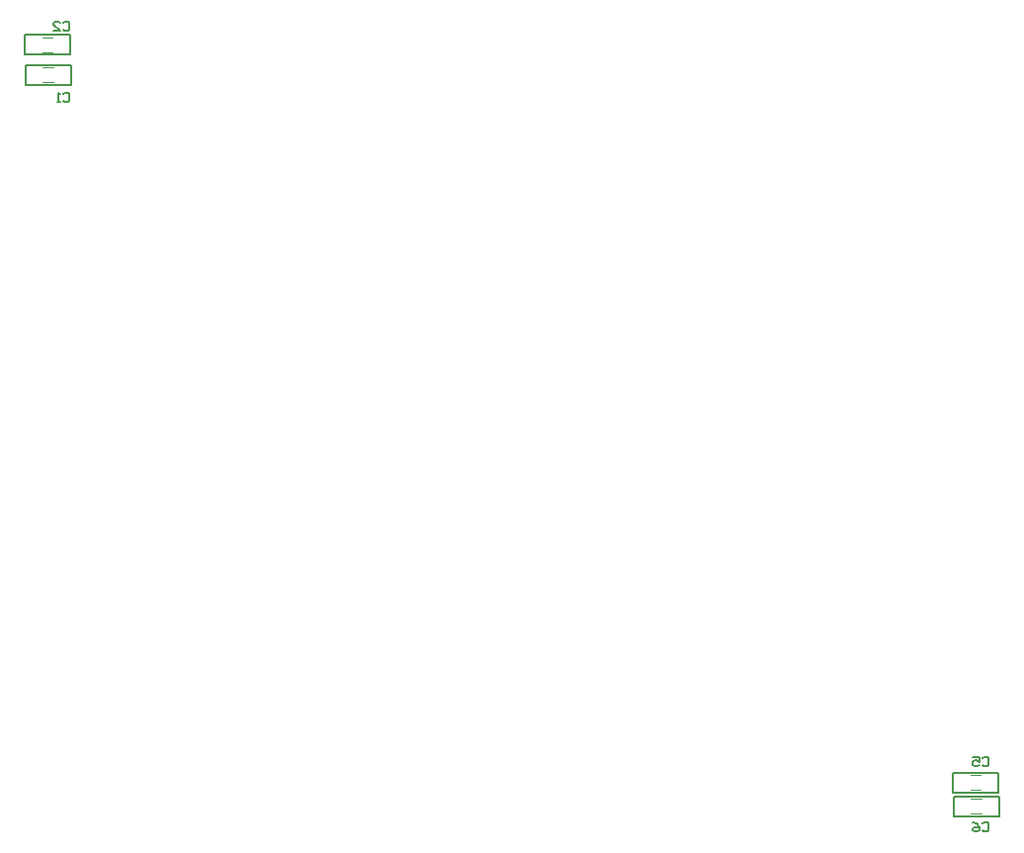
<source format=gbo>
G04 Layer_Color=32896*
%FSTAX24Y24*%
%MOIN*%
G70*
G01*
G75*
%ADD23C,0.0040*%
%ADD24C,0.0050*%
%ADD26C,0.0079*%
D23*
X0337Y05639D02*
X03404D01*
X0337Y05589D02*
X03404D01*
X03371Y05537D02*
X03405D01*
X03371Y05487D02*
X03405D01*
X06501Y0307D02*
X06535D01*
X06501Y0302D02*
X06535D01*
X065Y03151D02*
X06534D01*
X065Y03101D02*
X06534D01*
D24*
X03311Y0558D02*
X03464D01*
X03311D02*
Y05647D01*
X03464D01*
Y0558D02*
Y05647D01*
X03312Y05478D02*
X03465D01*
X03312D02*
Y05545D01*
X03465D01*
Y05478D02*
Y05545D01*
X06442Y03011D02*
X06595D01*
X06442D02*
Y03078D01*
X06595D01*
Y03011D02*
Y03078D01*
X06441Y03092D02*
X06594D01*
X06441D02*
Y03159D01*
X06594D01*
Y03092D02*
Y03159D01*
D26*
X06539Y029862D02*
X065443Y029915D01*
X065548D01*
X0656Y029862D01*
Y029652D01*
X065548Y0296D01*
X065443D01*
X06539Y029652D01*
X065075Y029915D02*
X06518Y029862D01*
X065285Y029757D01*
Y029652D01*
X065233Y0296D01*
X065128D01*
X065075Y029652D01*
Y029705D01*
X065128Y029757D01*
X065285D01*
X06539Y032062D02*
X065443Y032115D01*
X065548D01*
X0656Y032062D01*
Y031852D01*
X065548Y0318D01*
X065443D01*
X06539Y031852D01*
X065075Y032115D02*
X065285D01*
Y031957D01*
X06518Y03201D01*
X065128D01*
X065075Y031957D01*
Y031852D01*
X065128Y0318D01*
X065233D01*
X065285Y031852D01*
X03439Y054462D02*
X034443Y054515D01*
X034548D01*
X0346Y054462D01*
Y054252D01*
X034548Y0542D01*
X034443D01*
X03439Y054252D01*
X034285Y0542D02*
X03418D01*
X034233D01*
Y054515D01*
X034285Y054462D01*
X03439Y056862D02*
X034443Y056915D01*
X034548D01*
X0346Y056862D01*
Y056652D01*
X034548Y0566D01*
X034443D01*
X03439Y056652D01*
X034075Y0566D02*
X034285D01*
X034075Y05681D01*
Y056862D01*
X034128Y056915D01*
X034233D01*
X034285Y056862D01*
M02*

</source>
